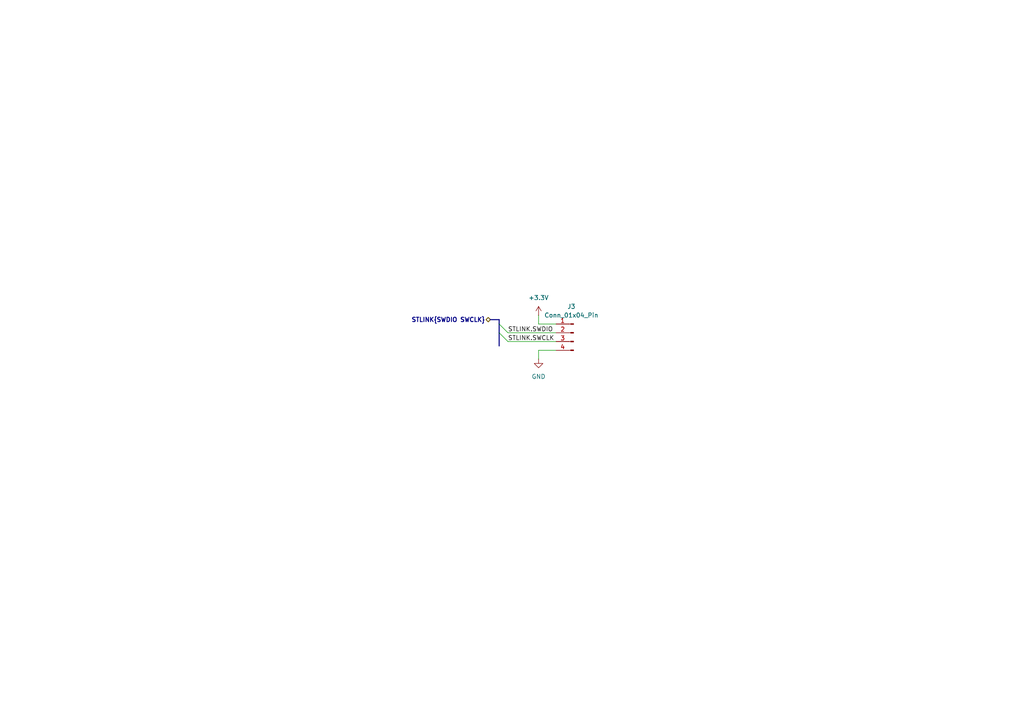
<source format=kicad_sch>
(kicad_sch (version 20250114) (generator "eeschema") (generator_version "9.0")
  (paper "A4")
  (lib_symbols
    (symbol "Connector:Conn_01x04_Pin" (pin_names (offset 1.016) (hide yes))
      (property "Reference" "J" (at 0 5.08 0))
      (property "Value" "Conn_01x04_Pin" (at 0 -7.62 0))
      (symbol "Conn_01x04_Pin_1_1"
        (rectangle (start 0.8636 2.667) (end 0 2.413) (stroke (width 0.1524)) (fill (type outline)))
        (rectangle (start 0.8636 0.127) (end 0 -0.127) (stroke (width 0.1524)) (fill (type outline)))
        (rectangle (start 0.8636 -2.413) (end 0 -2.667) (stroke (width 0.1524)) (fill (type outline)))
        (rectangle (start 0.8636 -4.953) (end 0 -5.207) (stroke (width 0.1524)) (fill (type outline)))
        (polyline (pts (xy 1.27 2.54) (xy 0.8636 2.54)) (stroke (width 0.1524)))
        (polyline (pts (xy 1.27 0) (xy 0.8636 0)) (stroke (width 0.1524)))
        (polyline (pts (xy 1.27 -2.54) (xy 0.8636 -2.54)) (stroke (width 0.1524)))
        (polyline (pts (xy 1.27 -5.08) (xy 0.8636 -5.08)) (stroke (width 0.1524)))
        (pin passive line (at 5.08 2.54 180) (length 3.81) (name "Pin_1") (number "1"))
        (pin passive line (at 5.08 0 180) (length 3.81) (name "Pin_2") (number "2"))
        (pin passive line (at 5.08 -2.54 180) (length 3.81) (name "Pin_3") (number "3"))
        (pin passive line (at 5.08 -5.08 180) (length 3.81) (name "Pin_4") (number "4"))
      )
    )
    (symbol "power:+3.3V" (power) (pin_numbers (hide yes)) (pin_names (offset 0) (hide yes))
      (property "Value" "+3.3V" (at 0 3.556 0))
      (symbol "+3.3V_0_1"
        (polyline (pts (xy -0.762 1.27) (xy 0 2.54)))
        (polyline (pts (xy 0 2.54) (xy 0.762 1.27)))
        (polyline (pts (xy 0 0) (xy 0 2.54)))
      )
      (symbol "+3.3V_1_1"
        (pin power_in line (at 0 0 90) (length 0) (name "~") (number "1"))
      )
    )
    (symbol "power:GND" (power) (pin_numbers (hide yes)) (pin_names (offset 0) (hide yes))
      (property "Value" "GND" (at 0 -3.81 0))
      (symbol "GND_0_1"
        (polyline (pts (xy 0 0) (xy 0 -1.27) (xy 1.27 -1.27) (xy 0 -2.54) (xy -1.27 -1.27) (xy 0 -1.27)))
      )
      (symbol "GND_1_1"
        (pin power_in line (at 0 0 270) (length 0) (name "~") (number "1"))
      )
    )
  )
  (bus_entry (at 144.78 93.98) (size 2.54 2.54))
  (bus_entry (at 144.78 96.52) (size 2.54 2.54))
  (wire (pts (xy 156.21 93.98) (xy 161.29 93.98)))
  (wire (pts (xy 156.21 101.6) (xy 161.29 101.6)))
  (wire (pts (xy 147.32 96.52) (xy 161.29 96.52)))
  (bus (pts (xy 144.78 92.71) (xy 144.78 93.98)))
  (wire (pts (xy 156.21 104.14) (xy 156.21 101.6)))
  (bus (pts (xy 144.78 93.98) (xy 144.78 96.52)))
  (wire (pts (xy 156.21 91.44) (xy 156.21 93.98)))
  (bus (pts (xy 142.24 92.71) (xy 144.78 92.71)))
  (wire (pts (xy 147.32 99.06) (xy 161.29 99.06)))
  (bus (pts (xy 144.78 96.52) (xy 144.78 100.33)))
  (label "STLINK.SWCLK" (at 147.32 99.06 0))
  (label "STLINK.SWDIO" (at 147.32 96.52 0))
  (hierarchical_label "STLINK{SWDIO SWCLK}" (shape bidirectional) (at 142.24 92.71 180) (effects (font (bold yes))))
  (symbol (lib_id "Connector:Conn_01x04_Pin") (at 166.37 96.52 0) (mirror y) (unit 1)
    (property "Reference" "J3" (at 165.735 88.9 0))
    (property "Value" "Conn_01x04_Pin" (at 165.735 91.44 0))
    (property "Description" "Generic connector, single row, 01x04, script generated" (effects (hide yes)))
  )
  (symbol (lib_id "power:GND") (at 156.21 104.14 0) (unit 1)
    (property "Reference" "#PWR021" (effects (hide yes)))
    (property "Value" "GND" (at 156.21 109.22 0))
    (property "Description" "Power symbol creates a global label with name \"GND\" , ground" (effects (hide yes)))
  )
  (symbol (lib_id "power:+3.3V") (at 156.21 91.44 0) (unit 1)
    (property "Reference" "#PWR020" (effects (hide yes)))
    (property "Value" "+3.3V" (at 156.21 86.36 0))
    (property "Description" "Power symbol creates a global label with name \"+3.3V\"" (effects (hide yes)))
  )
)
</source>
